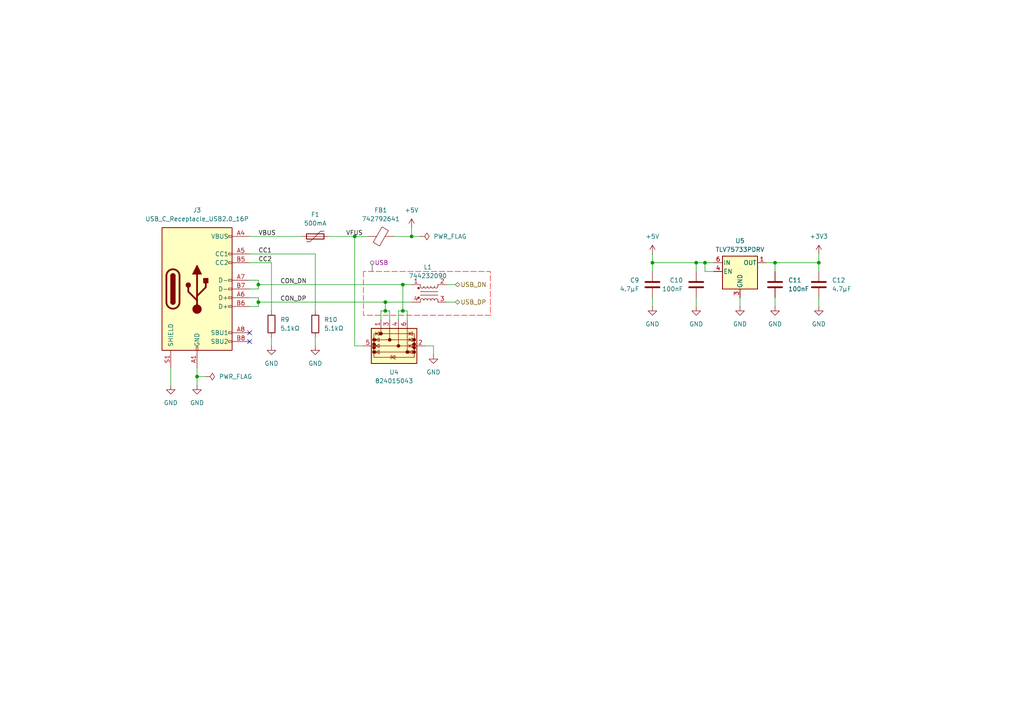
<source format=kicad_sch>
(kicad_sch (version 20250114) (generator "eeschema") (generator_version "9.0")
  (paper "A4")
  (title_block (title "ubiquitous-waddle") (date "2025-10-12") (rev "v1") (company "leonwip <leonwip@proton.me>") (comment 1 "CERN-OHL-P-2.0"))
  (lib_symbols
    (symbol "Connector:USB_C_Receptacle_USB2.0_16P" (pin_names (offset 1.016))
      (property "Reference" "J" (at 0 22.225 0))
      (property "Value" "USB_C_Receptacle_USB2.0_16P" (at 0 19.685 0))
      (symbol "USB_C_Receptacle_USB2.0_16P_0_0"
        (rectangle (start -0.254 -17.78) (end 0.254 -16.764))
        (rectangle (start 10.16 15.494) (end 9.144 14.986))
        (rectangle (start 10.16 10.414) (end 9.144 9.906))
        (rectangle (start 10.16 7.874) (end 9.144 7.366))
        (rectangle (start 10.16 2.794) (end 9.144 2.286))
        (rectangle (start 10.16 0.254) (end 9.144 -0.254))
        (rectangle (start 10.16 -2.286) (end 9.144 -2.794))
        (rectangle (start 10.16 -4.826) (end 9.144 -5.334))
        (rectangle (start 10.16 -12.446) (end 9.144 -12.954))
        (rectangle (start 10.16 -14.986) (end 9.144 -15.494))
      )
      (symbol "USB_C_Receptacle_USB2.0_16P_0_1"
        (rectangle (start -10.16 17.78) (end 10.16 -17.78) (stroke (width 0.254)) (fill (type background)))
        (polyline (pts (xy -8.89 -3.81) (xy -8.89 3.81)) (stroke (width 0.508)))
        (rectangle (start -7.62 -3.81) (end -6.35 3.81) (stroke (width 0.254)) (fill (type outline)))
        (arc (start -7.62 3.81) (mid -6.985 4.4423) (end -6.35 3.81) (stroke (width 0.254)))
        (arc (start -7.62 3.81) (mid -6.985 4.4423) (end -6.35 3.81) (stroke (width 0.254)) (fill (type outline)))
        (arc (start -8.89 3.81) (mid -6.985 5.7067) (end -5.08 3.81) (stroke (width 0.508)))
        (arc (start -5.08 -3.81) (mid -6.985 -5.7067) (end -8.89 -3.81) (stroke (width 0.508)))
        (arc (start -6.35 -3.81) (mid -6.985 -4.4423) (end -7.62 -3.81) (stroke (width 0.254)))
        (arc (start -6.35 -3.81) (mid -6.985 -4.4423) (end -7.62 -3.81) (stroke (width 0.254)) (fill (type outline)))
        (polyline (pts (xy -5.08 3.81) (xy -5.08 -3.81)) (stroke (width 0.508)))
        (circle (center -2.54 1.143) (radius 0.635) (stroke (width 0.254)) (fill (type outline)))
        (polyline (pts (xy -1.27 4.318) (xy 0 6.858) (xy 1.27 4.318) (xy -1.27 4.318)) (stroke (width 0.254)) (fill (type outline)))
        (polyline (pts (xy 0 -2.032) (xy 2.54 0.508) (xy 2.54 1.778)) (stroke (width 0.508)))
        (polyline (pts (xy 0 -3.302) (xy -2.54 -0.762) (xy -2.54 0.508)) (stroke (width 0.508)))
        (polyline (pts (xy 0 -5.842) (xy 0 4.318)) (stroke (width 0.508)))
        (circle (center 0 -5.842) (radius 1.27) (fill (type outline)))
        (rectangle (start 1.905 1.778) (end 3.175 3.048) (stroke (width 0.254)) (fill (type outline)))
      )
      (symbol "USB_C_Receptacle_USB2.0_16P_1_1"
        (pin passive line (at -7.62 -22.86 90) (length 5.08) (name "SHIELD") (number "S1"))
        (pin passive line (at 0 -22.86 90) (length 5.08) (name "GND") (number "A1"))
        (pin passive line (at 0 -22.86 90) (length 5.08) (hide yes) (name "GND") (number "A12"))
        (pin passive line (at 0 -22.86 90) (length 5.08) (hide yes) (name "GND") (number "B1"))
        (pin passive line (at 0 -22.86 90) (length 5.08) (hide yes) (name "GND") (number "B12"))
        (pin passive line (at 15.24 15.24 180) (length 5.08) (name "VBUS") (number "A4"))
        (pin passive line (at 15.24 15.24 180) (length 5.08) (hide yes) (name "VBUS") (number "A9"))
        (pin passive line (at 15.24 15.24 180) (length 5.08) (hide yes) (name "VBUS") (number "B4"))
        (pin passive line (at 15.24 15.24 180) (length 5.08) (hide yes) (name "VBUS") (number "B9"))
        (pin bidirectional line (at 15.24 10.16 180) (length 5.08) (name "CC1") (number "A5"))
        (pin bidirectional line (at 15.24 7.62 180) (length 5.08) (name "CC2") (number "B5"))
        (pin bidirectional line (at 15.24 2.54 180) (length 5.08) (name "D-") (number "A7"))
        (pin bidirectional line (at 15.24 0 180) (length 5.08) (name "D-") (number "B7"))
        (pin bidirectional line (at 15.24 -2.54 180) (length 5.08) (name "D+") (number "A6"))
        (pin bidirectional line (at 15.24 -5.08 180) (length 5.08) (name "D+") (number "B6"))
        (pin bidirectional line (at 15.24 -12.7 180) (length 5.08) (name "SBU1") (number "A8"))
        (pin bidirectional line (at 15.24 -15.24 180) (length 5.08) (name "SBU2") (number "B8"))
      )
    )
    (symbol "Device:C" (pin_numbers (hide yes)) (pin_names (offset 0.254))
      (property "Reference" "C" (at 0.635 2.54 0))
      (property "Value" "C" (at 0.635 -2.54 0))
      (symbol "C_0_1"
        (polyline (pts (xy -2.032 0.762) (xy 2.032 0.762)) (stroke (width 0.508)))
        (polyline (pts (xy -2.032 -0.762) (xy 2.032 -0.762)) (stroke (width 0.508)))
      )
      (symbol "C_1_1"
        (pin passive line (at 0 3.81 270) (length 2.794) (name "~") (number "1"))
        (pin passive line (at 0 -3.81 90) (length 2.794) (name "~") (number "2"))
      )
    )
    (symbol "Device:FerriteBead" (pin_numbers (hide yes)) (pin_names (offset 0))
      (property "Reference" "FB" (at -3.81 0.635 90))
      (property "Value" "FerriteBead" (at 3.81 0 90))
      (symbol "FerriteBead_0_1"
        (polyline (pts (xy -2.7686 0.4064) (xy -1.7018 2.2606) (xy 2.7686 -0.3048) (xy 1.6764 -2.159) (xy -2.7686 0.4064)))
        (polyline (pts (xy 0 1.27) (xy 0 1.2954)))
        (polyline (pts (xy 0 -1.27) (xy 0 -1.2192)))
      )
      (symbol "FerriteBead_1_1"
        (pin passive line (at 0 3.81 270) (length 2.54) (name "~") (number "1"))
        (pin passive line (at 0 -3.81 90) (length 2.54) (name "~") (number "2"))
      )
    )
    (symbol "Device:Polyfuse" (pin_numbers (hide yes)) (pin_names (offset 0))
      (property "Reference" "F" (at -2.54 0 90))
      (property "Value" "Polyfuse" (at 2.54 0 90))
      (symbol "Polyfuse_0_1"
        (polyline (pts (xy -1.524 2.54) (xy -1.524 1.524) (xy 1.524 -1.524) (xy 1.524 -2.54)))
        (rectangle (start -0.762 2.54) (end 0.762 -2.54) (stroke (width 0.254)))
        (polyline (pts (xy 0 2.54) (xy 0 -2.54)))
      )
      (symbol "Polyfuse_1_1"
        (pin passive line (at 0 3.81 270) (length 1.27) (name "~") (number "1"))
        (pin passive line (at 0 -3.81 90) (length 1.27) (name "~") (number "2"))
      )
    )
    (symbol "Device:R" (pin_numbers (hide yes)) (pin_names (offset 0))
      (property "Reference" "R" (at 2.032 0 90))
      (property "Value" "R" (at 0 0 90))
      (symbol "R_0_1"
        (rectangle (start -1.016 -2.54) (end 1.016 2.54) (stroke (width 0.254)))
      )
      (symbol "R_1_1"
        (pin passive line (at 0 3.81 270) (length 1.27) (name "~") (number "1"))
        (pin passive line (at 0 -3.81 90) (length 1.27) (name "~") (number "2"))
      )
    )
    (symbol "Filter:Choke_Wurth_WE-CNSW_744232090"
      (property "Reference" "L" (at 0 5.08 0))
      (property "Value" "Choke_Wurth_WE-CNSW_744232090" (at 0 -5.08 0))
      (symbol "Choke_Wurth_WE-CNSW_744232090_1_1"
        (circle (center -3.048 1.524) (radius 0.254) (fill (type outline)))
        (circle (center -3.048 -1.27) (radius 0.254) (fill (type outline)))
        (polyline (pts (xy -2.54 2.032) (xy -2.54 2.54)))
        (polyline (pts (xy -2.54 0.508) (xy 2.54 0.508)))
        (polyline (pts (xy -2.54 -2.032) (xy -2.54 -2.54)))
        (arc (start -1.524 2.032) (mid -2.032 1.5262) (end -2.54 2.032))
        (arc (start -2.54 -2.032) (mid -2.032 -1.5262) (end -1.524 -2.032))
        (arc (start -0.508 2.032) (mid -1.016 1.5262) (end -1.524 2.032))
        (arc (start -1.524 -2.032) (mid -1.016 -1.5262) (end -0.508 -2.032))
        (arc (start 0.508 2.032) (mid 0 1.5262) (end -0.508 2.032))
        (arc (start -0.508 -2.032) (mid 0 -1.5262) (end 0.508 -2.032))
        (arc (start 1.524 2.032) (mid 1.016 1.5262) (end 0.508 2.032))
        (arc (start 0.508 -2.032) (mid 1.016 -1.5262) (end 1.524 -2.032))
        (arc (start 2.54 2.032) (mid 2.032 1.5262) (end 1.524 2.032))
        (arc (start 1.524 -2.032) (mid 2.032 -1.5262) (end 2.54 -2.032))
        (polyline (pts (xy 2.54 2.54) (xy 2.54 2.032)))
        (polyline (pts (xy 2.54 -0.508) (xy -2.54 -0.508)))
        (polyline (pts (xy 2.54 -2.032) (xy 2.54 -2.54)))
        (pin passive line (at -5.08 2.54 0) (length 2.54) (name "") (number "1"))
        (pin passive line (at -5.08 -2.54 0) (length 2.54) (name "") (number "4"))
        (pin passive line (at 5.08 2.54 180) (length 2.54) (name "") (number "2"))
        (pin passive line (at 5.08 -2.54 180) (length 2.54) (name "") (number "3"))
      )
    )
    (symbol "Power_Protection:WE-TVS-824015043" (pin_names (hide yes))
      (property "Reference" "U" (at 0 12.7 0))
      (property "Value" "WE-TVS-824015043" (at 0 10.16 0))
      (symbol "WE-TVS-824015043_0_0"
        (circle (center -3.556 2.54) (radius 0.0001) (stroke (width 0.508)))
        (circle (center -1.778 4.572) (radius 0.0001) (stroke (width 0.508)))
        (circle (center -1.778 0) (radius 0.0001) (stroke (width 0.508)))
        (circle (center -1.778 -7.112) (radius 0.0001) (stroke (width 0.508)))
        (circle (center -0.508 4.572) (radius 0.0001) (stroke (width 0.508)))
        (circle (center -0.508 -7.112) (radius 0.0001) (stroke (width 0.508)))
        (circle (center 0 -2.54) (radius 0.0001) (stroke (width 0.508)))
        (circle (center 0.508 4.572) (radius 0.0001) (stroke (width 0.508)))
        (circle (center 0.508 -7.112) (radius 0.0001) (stroke (width 0.508)))
        (circle (center 1.778 4.572) (radius 0.0001) (stroke (width 0.508)))
        (circle (center 1.778 -5.08) (radius 0.0001) (stroke (width 0.508)))
        (circle (center 1.778 -7.112) (radius 0.0001) (stroke (width 0.508)))
      )
      (symbol "WE-TVS-824015043_0_1"
        (polyline (pts (xy -5.08 2.54) (xy -3.556 2.54)))
        (polyline (pts (xy -5.08 0) (xy -1.778 0)))
        (polyline (pts (xy -5.08 -2.54) (xy 0 -2.54)))
        (polyline (pts (xy -5.08 -5.08) (xy 1.778 -5.08)))
        (polyline (pts (xy -4.064 3.048) (xy -3.048 3.048) (xy -3.556 4.064) (xy -4.064 3.048)))
        (polyline (pts (xy -4.064 -5.588) (xy -3.048 -5.588)))
        (polyline (pts (xy -3.048 4.064) (xy -4.064 4.064)))
        (polyline (pts (xy -3.048 -6.604) (xy -4.064 -6.604) (xy -3.556 -5.588) (xy -3.048 -6.604)))
        (polyline (pts (xy -2.286 4.064) (xy -1.27 4.064)))
        (polyline (pts (xy -2.286 -5.588) (xy -1.27 -5.588)))
        (polyline (pts (xy -1.27 3.048) (xy -2.286 3.048) (xy -1.778 4.064) (xy -1.27 3.048)))
        (polyline (pts (xy -1.27 -6.604) (xy -2.286 -6.604) (xy -1.778 -5.588) (xy -1.27 -6.604)))
        (polyline (pts (xy -0.508 3.048) (xy 0.508 3.048) (xy 0 4.064) (xy -0.508 3.048)))
        (polyline (pts (xy -0.508 -5.588) (xy 0.508 -5.588)))
        (polyline (pts (xy -0.508 -6.604) (xy 0.508 -6.604) (xy 0 -5.588) (xy -0.508 -6.604)))
        (polyline (pts (xy 0 5.08) (xy 0.508 4.572)))
        (polyline (pts (xy 0.508 4.064) (xy -0.508 4.064)))
        (polyline (pts (xy 0.508 -7.112) (xy -0.508 -7.112)))
        (polyline (pts (xy 1.27 4.064) (xy 2.286 4.064)))
        (polyline (pts (xy 1.27 -6.604) (xy 2.286 -6.604) (xy 1.778 -5.588) (xy 1.27 -6.604)))
        (polyline (pts (xy 1.778 4.572) (xy 3.302 4.572) (xy 3.302 -7.112) (xy 1.778 -7.112)))
        (polyline (pts (xy 2.286 3.048) (xy 1.27 3.048) (xy 1.778 4.064) (xy 2.286 3.048)))
        (polyline (pts (xy 2.286 -5.588) (xy 1.27 -5.588)))
        (polyline (pts (xy 2.794 -0.762) (xy 2.794 -0.381) (xy 3.81 -0.381)))
        (polyline (pts (xy 3.81 -1.524) (xy 2.794 -1.524) (xy 3.302 -0.508) (xy 3.81 -1.524)))
      )
      (symbol "WE-TVS-824015043_1_1"
        (rectangle (start -5.08 5.334) (end 5.08 -7.874) (stroke (width 0.254)) (fill (type background)))
        (polyline (pts (xy -1.778 4.572) (xy -3.556 4.572) (xy -3.556 -7.112) (xy -1.778 -7.112)))
        (polyline (pts (xy -0.508 4.572) (xy 1.778 4.572) (xy 1.778 -7.112) (xy 0.508 -7.112)))
        (polyline (pts (xy 0 -7.62) (xy -0.508 -7.112) (xy -1.778 -7.112) (xy -1.778 4.572) (xy -0.508 4.572)))
        (polyline (pts (xy 0.508 -7.112) (xy 0 -6.604) (xy 0 4.064) (xy -0.508 4.572)))
        (pin passive line (at -7.62 2.54 0) (length 2.54) (name "I/O1") (number "1"))
        (pin passive line (at -7.62 0 0) (length 2.54) (name "I/O2") (number "3"))
        (pin passive line (at -7.62 -2.54 0) (length 2.54) (name "I/O3") (number "4"))
        (pin passive line (at -7.62 -5.08 0) (length 2.54) (name "I/O4") (number "6"))
        (pin passive line (at 0 7.62 270) (length 2.54) (name "VBUS") (number "5"))
        (pin passive line (at 0 -10.16 90) (length 2.54) (name "GND") (number "2"))
      )
    )
    (symbol "Regulator_Linear:TLV75733PDRV" (pin_names (offset 0.254))
      (property "Reference" "U" (at -3.81 5.715 0))
      (property "Value" "TLV75733PDRV" (at 0 5.715 0))
      (symbol "TLV75733PDRV_0_1"
        (rectangle (start -5.08 4.445) (end 5.08 -5.08) (stroke (width 0.254)) (fill (type background)))
      )
      (symbol "TLV75733PDRV_1_1"
        (pin power_in line (at -7.62 2.54 0) (length 2.54) (name "IN") (number "6"))
        (pin input line (at -7.62 0 0) (length 2.54) (name "EN") (number "4"))
        (pin power_in line (at 0 -7.62 90) (length 2.54) (name "GND") (number "3"))
        (pin passive line (at 0 -7.62 90) (length 2.54) (hide yes) (name "GND") (number "7"))
        (pin no_connect line (at 5.08 0 180) (length 2.54) (hide yes) (name "NC") (number "2"))
        (pin no_connect line (at 5.08 -2.54 180) (length 2.54) (hide yes) (name "NC") (number "5"))
        (pin power_out line (at 7.62 2.54 180) (length 2.54) (name "OUT") (number "1"))
      )
    )
    (symbol "power:+3V3" (power) (pin_numbers (hide yes)) (pin_names (offset 0) (hide yes))
      (property "Value" "+3V3" (at 0 3.556 0))
      (symbol "+3V3_0_1"
        (polyline (pts (xy -0.762 1.27) (xy 0 2.54)))
        (polyline (pts (xy 0 2.54) (xy 0.762 1.27)))
        (polyline (pts (xy 0 0) (xy 0 2.54)))
      )
      (symbol "+3V3_1_1"
        (pin power_in line (at 0 0 90) (length 0) (name "~") (number "1"))
      )
    )
    (symbol "power:+5V" (power) (pin_numbers (hide yes)) (pin_names (offset 0) (hide yes))
      (property "Value" "+5V" (at 0 3.556 0))
      (symbol "+5V_0_1"
        (polyline (pts (xy -0.762 1.27) (xy 0 2.54)))
        (polyline (pts (xy 0 2.54) (xy 0.762 1.27)))
        (polyline (pts (xy 0 0) (xy 0 2.54)))
      )
      (symbol "+5V_1_1"
        (pin power_in line (at 0 0 90) (length 0) (name "~") (number "1"))
      )
    )
    (symbol "power:GND" (power) (pin_numbers (hide yes)) (pin_names (offset 0) (hide yes))
      (property "Value" "GND" (at 0 -3.81 0))
      (symbol "GND_0_1"
        (polyline (pts (xy 0 0) (xy 0 -1.27) (xy 1.27 -1.27) (xy 0 -2.54) (xy -1.27 -1.27) (xy 0 -1.27)))
      )
      (symbol "GND_1_1"
        (pin power_in line (at 0 0 270) (length 0) (name "~") (number "1"))
      )
    )
    (symbol "power:PWR_FLAG" (power) (pin_numbers (hide yes)) (pin_names (offset 0) (hide yes))
      (property "Value" "PWR_FLAG" (at 0 3.81 0))
      (symbol "PWR_FLAG_0_0"
        (pin power_out line (at 0 0 90) (length 0) (name "~") (number "1"))
      )
      (symbol "PWR_FLAG_0_1"
        (polyline (pts (xy 0 0) (xy 0 1.27) (xy -1.016 1.905) (xy 0 2.54) (xy 1.016 1.905) (xy 0 1.27)))
      )
    )
  )
  (junction (at 204.47 76.2))
  (junction (at 224.79 76.2))
  (junction (at 102.87 68.58))
  (junction (at 119.38 68.58))
  (junction (at 111.76 87.63))
  (junction (at 74.93 87.63))
  (junction (at 237.49 76.2))
  (junction (at 116.84 82.55))
  (junction (at 57.15 109.22))
  (junction (at 116.84 90.17))
  (junction (at 189.23 76.2))
  (junction (at 111.76 90.17))
  (junction (at 74.93 82.55))
  (junction (at 201.93 76.2))
  (no_connect (at 72.39 99.06))
  (no_connect (at 72.39 96.52))
  (wire (pts (xy 74.93 82.55) (xy 74.93 83.82)))
  (wire (pts (xy 111.76 87.63) (xy 111.76 90.17)))
  (wire (pts (xy 72.39 68.58) (xy 87.63 68.58)))
  (wire (pts (xy 49.53 106.68) (xy 49.53 111.76)))
  (wire (pts (xy 189.23 86.36) (xy 189.23 88.9)))
  (wire (pts (xy 119.38 68.58) (xy 121.92 68.58)))
  (wire (pts (xy 111.76 90.17) (xy 113.03 90.17)))
  (wire (pts (xy 224.79 86.36) (xy 224.79 88.9)))
  (wire (pts (xy 116.84 82.55) (xy 119.38 82.55)))
  (wire (pts (xy 201.93 86.36) (xy 201.93 88.9)))
  (wire (pts (xy 78.74 97.79) (xy 78.74 100.33)))
  (wire (pts (xy 129.54 87.63) (xy 132.08 87.63)))
  (wire (pts (xy 95.25 68.58) (xy 102.87 68.58)))
  (wire (pts (xy 91.44 97.79) (xy 91.44 100.33)))
  (wire (pts (xy 237.49 73.66) (xy 237.49 76.2)))
  (wire (pts (xy 125.73 102.87) (xy 125.73 100.33)))
  (wire (pts (xy 74.93 82.55) (xy 116.84 82.55)))
  (wire (pts (xy 102.87 100.33) (xy 102.87 68.58)))
  (wire (pts (xy 189.23 76.2) (xy 201.93 76.2)))
  (wire (pts (xy 105.41 100.33) (xy 102.87 100.33)))
  (wire (pts (xy 102.87 68.58) (xy 106.68 68.58)))
  (wire (pts (xy 237.49 78.74) (xy 237.49 76.2)))
  (wire (pts (xy 204.47 78.74) (xy 204.47 76.2)))
  (wire (pts (xy 224.79 76.2) (xy 222.25 76.2)))
  (wire (pts (xy 74.93 81.28) (xy 74.93 82.55)))
  (wire (pts (xy 189.23 73.66) (xy 189.23 76.2)))
  (wire (pts (xy 116.84 82.55) (xy 116.84 90.17)))
  (wire (pts (xy 116.84 90.17) (xy 118.11 90.17)))
  (wire (pts (xy 110.49 90.17) (xy 111.76 90.17)))
  (wire (pts (xy 189.23 78.74) (xy 189.23 76.2)))
  (wire (pts (xy 78.74 76.2) (xy 72.39 76.2)))
  (wire (pts (xy 57.15 109.22) (xy 57.15 106.68)))
  (wire (pts (xy 119.38 66.04) (xy 119.38 68.58)))
  (wire (pts (xy 237.49 76.2) (xy 224.79 76.2)))
  (wire (pts (xy 204.47 76.2) (xy 207.01 76.2)))
  (wire (pts (xy 111.76 87.63) (xy 119.38 87.63)))
  (wire (pts (xy 115.57 90.17) (xy 116.84 90.17)))
  (wire (pts (xy 78.74 90.17) (xy 78.74 76.2)))
  (wire (pts (xy 207.01 78.74) (xy 204.47 78.74)))
  (wire (pts (xy 115.57 92.71) (xy 115.57 90.17)))
  (wire (pts (xy 72.39 73.66) (xy 91.44 73.66)))
  (wire (pts (xy 59.69 109.22) (xy 57.15 109.22)))
  (wire (pts (xy 74.93 87.63) (xy 74.93 88.9)))
  (wire (pts (xy 214.63 86.36) (xy 214.63 88.9)))
  (wire (pts (xy 74.93 87.63) (xy 111.76 87.63)))
  (wire (pts (xy 74.93 86.36) (xy 74.93 87.63)))
  (wire (pts (xy 72.39 81.28) (xy 74.93 81.28)))
  (wire (pts (xy 57.15 109.22) (xy 57.15 111.76)))
  (wire (pts (xy 129.54 82.55) (xy 132.08 82.55)))
  (wire (pts (xy 74.93 83.82) (xy 72.39 83.82)))
  (wire (pts (xy 201.93 76.2) (xy 204.47 76.2)))
  (wire (pts (xy 110.49 92.71) (xy 110.49 90.17)))
  (wire (pts (xy 224.79 76.2) (xy 224.79 78.74)))
  (wire (pts (xy 91.44 73.66) (xy 91.44 90.17)))
  (wire (pts (xy 125.73 100.33) (xy 123.19 100.33)))
  (wire (pts (xy 72.39 86.36) (xy 74.93 86.36)))
  (wire (pts (xy 237.49 86.36) (xy 237.49 88.9)))
  (wire (pts (xy 118.11 90.17) (xy 118.11 92.71)))
  (wire (pts (xy 74.93 88.9) (xy 72.39 88.9)))
  (wire (pts (xy 113.03 90.17) (xy 113.03 92.71)))
  (wire (pts (xy 201.93 76.2) (xy 201.93 78.74)))
  (wire (pts (xy 119.38 68.58) (xy 114.3 68.58)))
  (label "CC2" (at 74.93 76.2 0))
  (label "CON_DP" (at 81.28 87.63 0))
  (label "VFUS" (at 100.33 68.58 0))
  (label "CC1" (at 74.93 73.66 0))
  (label "CON_DN" (at 81.28 82.55 0))
  (label "VBUS" (at 74.93 68.58 0))
  (hierarchical_label "USB_DN" (shape bidirectional) (at 132.08 82.55 0))
  (hierarchical_label "USB_DP" (shape bidirectional) (at 132.08 87.63 0))
  (rule_area (polyline (pts (xy 105.41 78.74) (xy 105.41 91.44) (xy 142.24 91.44) (xy 142.24 78.74)) (stroke (width 0) (type dash))))
  (netclass_flag "" (length 2.54) (shape round) (at 107.95 78.74 0) (property "Netclass" "USB" (at 108.6485 76.2 0) (effects (justify left))))
  (symbol (lib_id "power:GND") (at 49.53 111.76 0) (unit 1)
    (property "Reference" "#PWR042" (effects (hide yes)))
    (property "Value" "GND" (at 49.53 116.84 0))
    (property "Description" "Power symbol creates a global label with name \"GND\" , ground" (effects (hide yes)))
  )
  (symbol (lib_id "power:PWR_FLAG") (at 59.69 109.22 270) (unit 1)
    (property "Reference" "#FLG01" (effects (hide yes)))
    (property "Value" "PWR_FLAG" (at 63.5 109.2199 90) (effects (justify left)))
    (property "Description" "Special symbol for telling ERC where power comes from" (effects (hide yes)))
  )
  (symbol (lib_id "Filter:Choke_Wurth_WE-CNSW_744232090") (at 124.46 85.09 0) (unit 1)
    (property "Reference" "L1" (at 124.079 77.47 0))
    (property "Value" "744232090" (at 124.079 80.01 0))
    (property "Footprint" "Inductor_SMD:L_CommonMode_Wurth_WE-CNSW-1206" (effects (hide yes)))
    (property "Description" "Common mode choke, 370 mA, 125VDC, USB2.0, 111 nH" (effects (hide yes)))
    (property "Mouser No" "710-744232090" (effects (hide yes)))
    (property "Mfr. No" "744232090" (effects (hide yes)))
    (property "Mfr." "Wurth Elektronik" (effects (hide yes)))
  )
  (symbol (lib_id "Device:C") (at 237.49 82.55 0) (mirror y) (unit 1)
    (property "Reference" "C12" (at 241.3 81.2799 0) (effects (justify right)))
    (property "Value" "4.7µF" (at 241.3 83.8199 0) (effects (justify right)))
    (property "Footprint" "Capacitor_SMD:C_0402_1005Metric" (effects (hide yes)))
    (property "Description" "Unpolarized capacitor" (effects (hide yes)))
    (property "Mfr." "Murata Electronics" (effects (hide yes)))
    (property "Mfr. No" "GRM155R61A475MEAAD" (effects (hide yes)))
    (property "Mouser No" "81-GRM155R61A475MEAD" (effects (hide yes)))
  )
  (symbol (lib_id "power:GND") (at 224.79 88.9 0) (unit 1)
    (property "Reference" "#PWR052" (effects (hide yes)))
    (property "Value" "GND" (at 224.79 93.98 0))
    (property "Description" "Power symbol creates a global label with name \"GND\" , ground" (effects (hide yes)))
  )
  (symbol (lib_id "Connector:USB_C_Receptacle_USB2.0_16P") (at 57.15 83.82 0) (unit 1)
    (property "Reference" "J3" (at 57.15 60.96 0))
    (property "Value" "USB_C_Receptacle_USB2.0_16P" (at 57.15 63.5 0))
    (property "Footprint" "Connector_USB:USB_C_Receptacle_GCT_USB4105-xx-A_16P_TopMnt_Horizontal" (effects (hide yes)))
    (property "Description" "USB 2.0-only 16P Type-C Receptacle connector" (effects (hide yes)))
    (property "Mouser No" "640-USB4105-GF-A-060" (effects (hide yes)))
    (property "Mfr. No" "USB4105-GF-A-060" (effects (hide yes)))
    (property "Mfr." "GCT" (effects (hide yes)))
  )
  (symbol (lib_id "Device:R") (at 78.74 93.98 0) (unit 1)
    (property "Reference" "R9" (at 81.28 92.7099 0) (effects (justify left)))
    (property "Value" "5.1kΩ" (at 81.28 95.2499 0) (effects (justify left)))
    (property "Footprint" "Resistor_SMD:R_0402_1005Metric" (effects (hide yes)))
    (property "Description" "Resistor" (effects (hide yes)))
    (property "Mouser No" "71-CRCW0402-5.1K-E3" (effects (hide yes)))
    (property "Mfr. No" "CRCW04025K10FKED" (effects (hide yes)))
    (property "Mfr." "Vishay" (effects (hide yes)))
  )
  (symbol (lib_id "power:+5V") (at 189.23 73.66 0) (unit 1)
    (property "Reference" "#PWR048" (effects (hide yes)))
    (property "Value" "+5V" (at 189.23 68.58 0))
    (property "Description" "Power symbol creates a global label with name \"+5V\"" (effects (hide yes)))
  )
  (symbol (lib_id "power:+3V3") (at 237.49 73.66 0) (unit 1)
    (property "Reference" "#PWR053" (effects (hide yes)))
    (property "Value" "+3V3" (at 237.49 68.58 0))
    (property "Description" "Power symbol creates a global label with name \"+3V3\"" (effects (hide yes)))
  )
  (symbol (lib_id "Device:C") (at 201.93 82.55 0) (unit 1)
    (property "Reference" "C10" (at 198.12 81.2799 0) (effects (justify right)))
    (property "Value" "100nF" (at 198.12 83.8199 0) (effects (justify right)))
    (property "Footprint" "Capacitor_SMD:C_0402_1005Metric" (effects (hide yes)))
    (property "Description" "Unpolarized capacitor" (effects (hide yes)))
    (property "Mouser No" "81-GRM155R71A104KA1D" (effects (hide yes)))
    (property "Mfr. No" "GRM155R71A104KA01D" (effects (hide yes)))
    (property "Mfr." "Murata Electronics" (effects (hide yes)))
  )
  (symbol (lib_id "Device:R") (at 91.44 93.98 0) (unit 1)
    (property "Reference" "R10" (at 93.98 92.7099 0) (effects (justify left)))
    (property "Value" "5.1kΩ" (at 93.98 95.2499 0) (effects (justify left)))
    (property "Footprint" "Resistor_SMD:R_0402_1005Metric" (effects (hide yes)))
    (property "Description" "Resistor" (effects (hide yes)))
    (property "Mouser No" "71-CRCW0402-5.1K-E3" (effects (hide yes)))
    (property "Mfr. No" "CRCW04025K10FKED" (effects (hide yes)))
    (property "Mfr." "Vishay" (effects (hide yes)))
  )
  (symbol (lib_id "Device:FerriteBead") (at 110.49 68.58 90) (unit 1)
    (property "Reference" "FB1" (at 110.4392 60.96 90))
    (property "Value" "742792641" (at 110.4392 63.5 90))
    (property "Footprint" "Inductor_SMD:L_0603_1608Metric" (effects (hide yes)))
    (property "Description" "Ferrite bead" (effects (hide yes)))
    (property "Mouser No" "710-742792641" (effects (hide yes)))
    (property "Mfr. No" "742792641" (effects (hide yes)))
    (property "Mfr." "Wurth Elektronik" (effects (hide yes)))
  )
  (symbol (lib_id "Device:C") (at 224.79 82.55 0) (mirror y) (unit 1)
    (property "Reference" "C11" (at 228.6 81.2799 0) (effects (justify right)))
    (property "Value" "100nF" (at 228.6 83.8199 0) (effects (justify right)))
    (property "Footprint" "Capacitor_SMD:C_0402_1005Metric" (effects (hide yes)))
    (property "Description" "Unpolarized capacitor" (effects (hide yes)))
    (property "Mfr." "Murata Electronics" (effects (hide yes)))
    (property "Mfr. No" "GRM155R71A104KA01D" (effects (hide yes)))
    (property "Mouser No" "81-GRM155R71A104KA1D" (effects (hide yes)))
  )
  (symbol (lib_id "power:PWR_FLAG") (at 121.92 68.58 270) (unit 1)
    (property "Reference" "#FLG02" (effects (hide yes)))
    (property "Value" "PWR_FLAG" (at 125.73 68.5799 90) (effects (justify left)))
    (property "Description" "Special symbol for telling ERC where power comes from" (effects (hide yes)))
  )
  (symbol (lib_id "Device:Polyfuse") (at 91.44 68.58 90) (unit 1)
    (property "Reference" "F1" (at 91.44 62.23 90))
    (property "Value" "500mA" (at 91.44 64.77 90))
    (property "Footprint" "Fuse:Fuse_0603_1608Metric" (effects (hide yes)))
    (property "Description" "Resettable fuse, polymeric positive temperature coefficient" (effects (hide yes)))
    (property "Mouser No" "652-MF-FSML050/8-2" (effects (hide yes)))
    (property "Mfr. No" "MF-FSML050/8-2" (effects (hide yes)))
    (property "Mfr." "Bourns" (effects (hide yes)))
  )
  (symbol (lib_id "Power_Protection:WE-TVS-824015043") (at 113.03 100.33 90) (mirror x) (unit 1)
    (property "Reference" "U4" (at 114.3 107.95 90))
    (property "Value" "824015043" (at 114.3 110.49 90))
    (property "Footprint" "Package_TO_SOT_SMD:SOT-23-6" (effects (hide yes)))
    (property "Description" "Low Capacitance TVS Diode Array, 2 Channels, SOT-23-6" (effects (hide yes)))
    (property "Mouser No" "710-824015043" (effects (hide yes)))
    (property "Mfr. No" "824015043" (effects (hide yes)))
    (property "Mfr." "Wurth Elektronik" (effects (hide yes)))
  )
  (symbol (lib_id "Regulator_Linear:TLV75733PDRV") (at 214.63 78.74 0) (unit 1)
    (property "Reference" "U5" (at 214.63 69.85 0))
    (property "Value" "TLV75733PDRV" (at 214.63 72.39 0))
    (property "Footprint" "Package_SON:WSON-6-1EP_2x2mm_P0.65mm_EP1x1.6mm" (effects (hide yes)))
    (property "Description" "1A Low IQ Small Size Low Dropout Voltage Regulator, Fixed Output 3.3V, WSON6" (effects (hide yes)))
    (property "Mouser No" "595-TLV75733PDRVR" (effects (hide yes)))
    (property "Mfr. No" "TLV75733PDRVR" (effects (hide yes)))
    (property "Mfr." "Texas Instruments" (effects (hide yes)))
  )
  (symbol (lib_id "power:GND") (at 201.93 88.9 0) (unit 1)
    (property "Reference" "#PWR050" (effects (hide yes)))
    (property "Value" "GND" (at 201.93 93.98 0))
    (property "Description" "Power symbol creates a global label with name \"GND\" , ground" (effects (hide yes)))
  )
  (symbol (lib_id "power:+5V") (at 119.38 66.04 0) (unit 1)
    (property "Reference" "#PWR046" (effects (hide yes)))
    (property "Value" "+5V" (at 119.38 60.96 0))
    (property "Description" "Power symbol creates a global label with name \"+5V\"" (effects (hide yes)))
  )
  (symbol (lib_id "power:GND") (at 91.44 100.33 0) (unit 1)
    (property "Reference" "#PWR045" (effects (hide yes)))
    (property "Value" "GND" (at 91.44 105.41 0))
    (property "Description" "Power symbol creates a global label with name \"GND\" , ground" (effects (hide yes)))
  )
  (symbol (lib_id "power:GND") (at 57.15 111.76 0) (unit 1)
    (property "Reference" "#PWR043" (effects (hide yes)))
    (property "Value" "GND" (at 57.15 116.84 0))
    (property "Description" "Power symbol creates a global label with name \"GND\" , ground" (effects (hide yes)))
  )
  (symbol (lib_id "power:GND") (at 125.73 102.87 0) (unit 1)
    (property "Reference" "#PWR047" (effects (hide yes)))
    (property "Value" "GND" (at 125.73 107.95 0))
    (property "Description" "Power symbol creates a global label with name \"GND\" , ground" (effects (hide yes)))
  )
  (symbol (lib_id "power:GND") (at 189.23 88.9 0) (unit 1)
    (property "Reference" "#PWR049" (effects (hide yes)))
    (property "Value" "GND" (at 189.23 93.98 0))
    (property "Description" "Power symbol creates a global label with name \"GND\" , ground" (effects (hide yes)))
  )
  (symbol (lib_id "power:GND") (at 78.74 100.33 0) (unit 1)
    (property "Reference" "#PWR044" (effects (hide yes)))
    (property "Value" "GND" (at 78.74 105.41 0))
    (property "Description" "Power symbol creates a global label with name \"GND\" , ground" (effects (hide yes)))
  )
  (symbol (lib_id "power:GND") (at 214.63 88.9 0) (unit 1)
    (property "Reference" "#PWR051" (effects (hide yes)))
    (property "Value" "GND" (at 214.63 93.98 0))
    (property "Description" "Power symbol creates a global label with name \"GND\" , ground" (effects (hide yes)))
  )
  (symbol (lib_id "power:GND") (at 237.49 88.9 0) (unit 1)
    (property "Reference" "#PWR054" (effects (hide yes)))
    (property "Value" "GND" (at 237.49 93.98 0))
    (property "Description" "Power symbol creates a global label with name \"GND\" , ground" (effects (hide yes)))
  )
  (symbol (lib_id "Device:C") (at 189.23 82.55 0) (unit 1)
    (property "Reference" "C9" (at 185.42 81.2799 0) (effects (justify right)))
    (property "Value" "4.7µF" (at 185.42 83.8199 0) (effects (justify right)))
    (property "Footprint" "Capacitor_SMD:C_0402_1005Metric" (effects (hide yes)))
    (property "Description" "Unpolarized capacitor" (effects (hide yes)))
    (property "Mouser No" "81-GRM155R61A475MEAD" (effects (hide yes)))
    (property "Mfr. No" "GRM155R61A475MEAAD" (effects (hide yes)))
    (property "Mfr." "Murata Electronics" (effects (hide yes)))
  )
)
</source>
